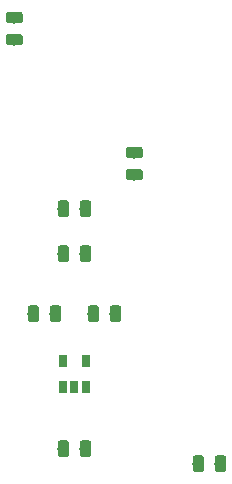
<source format=gbr>
G04 #@! TF.GenerationSoftware,KiCad,Pcbnew,(5.1.2)-1*
G04 #@! TF.CreationDate,2019-05-23T00:03:13+02:00*
G04 #@! TF.ProjectId,DualStepperI2C_PCB_2,4475616c-5374-4657-9070-65724932435f,rev?*
G04 #@! TF.SameCoordinates,Original*
G04 #@! TF.FileFunction,Paste,Top*
G04 #@! TF.FilePolarity,Positive*
%FSLAX46Y46*%
G04 Gerber Fmt 4.6, Leading zero omitted, Abs format (unit mm)*
G04 Created by KiCad (PCBNEW (5.1.2)-1) date 2019-05-23 00:03:13*
%MOMM*%
%LPD*%
G04 APERTURE LIST*
%ADD10C,0.100000*%
%ADD11C,0.975000*%
%ADD12R,0.650000X1.060000*%
G04 APERTURE END LIST*
D10*
G36*
X176465142Y-102171174D02*
G01*
X176488803Y-102174684D01*
X176512007Y-102180496D01*
X176534529Y-102188554D01*
X176556153Y-102198782D01*
X176576670Y-102211079D01*
X176595883Y-102225329D01*
X176613607Y-102241393D01*
X176629671Y-102259117D01*
X176643921Y-102278330D01*
X176656218Y-102298847D01*
X176666446Y-102320471D01*
X176674504Y-102342993D01*
X176680316Y-102366197D01*
X176683826Y-102389858D01*
X176685000Y-102413750D01*
X176685000Y-103326250D01*
X176683826Y-103350142D01*
X176680316Y-103373803D01*
X176674504Y-103397007D01*
X176666446Y-103419529D01*
X176656218Y-103441153D01*
X176643921Y-103461670D01*
X176629671Y-103480883D01*
X176613607Y-103498607D01*
X176595883Y-103514671D01*
X176576670Y-103528921D01*
X176556153Y-103541218D01*
X176534529Y-103551446D01*
X176512007Y-103559504D01*
X176488803Y-103565316D01*
X176465142Y-103568826D01*
X176441250Y-103570000D01*
X175953750Y-103570000D01*
X175929858Y-103568826D01*
X175906197Y-103565316D01*
X175882993Y-103559504D01*
X175860471Y-103551446D01*
X175838847Y-103541218D01*
X175818330Y-103528921D01*
X175799117Y-103514671D01*
X175781393Y-103498607D01*
X175765329Y-103480883D01*
X175751079Y-103461670D01*
X175738782Y-103441153D01*
X175728554Y-103419529D01*
X175720496Y-103397007D01*
X175714684Y-103373803D01*
X175711174Y-103350142D01*
X175710000Y-103326250D01*
X175710000Y-102413750D01*
X175711174Y-102389858D01*
X175714684Y-102366197D01*
X175720496Y-102342993D01*
X175728554Y-102320471D01*
X175738782Y-102298847D01*
X175751079Y-102278330D01*
X175765329Y-102259117D01*
X175781393Y-102241393D01*
X175799117Y-102225329D01*
X175818330Y-102211079D01*
X175838847Y-102198782D01*
X175860471Y-102188554D01*
X175882993Y-102180496D01*
X175906197Y-102174684D01*
X175929858Y-102171174D01*
X175953750Y-102170000D01*
X176441250Y-102170000D01*
X176465142Y-102171174D01*
X176465142Y-102171174D01*
G37*
D11*
X176197500Y-102870000D03*
D10*
G36*
X174590142Y-102171174D02*
G01*
X174613803Y-102174684D01*
X174637007Y-102180496D01*
X174659529Y-102188554D01*
X174681153Y-102198782D01*
X174701670Y-102211079D01*
X174720883Y-102225329D01*
X174738607Y-102241393D01*
X174754671Y-102259117D01*
X174768921Y-102278330D01*
X174781218Y-102298847D01*
X174791446Y-102320471D01*
X174799504Y-102342993D01*
X174805316Y-102366197D01*
X174808826Y-102389858D01*
X174810000Y-102413750D01*
X174810000Y-103326250D01*
X174808826Y-103350142D01*
X174805316Y-103373803D01*
X174799504Y-103397007D01*
X174791446Y-103419529D01*
X174781218Y-103441153D01*
X174768921Y-103461670D01*
X174754671Y-103480883D01*
X174738607Y-103498607D01*
X174720883Y-103514671D01*
X174701670Y-103528921D01*
X174681153Y-103541218D01*
X174659529Y-103551446D01*
X174637007Y-103559504D01*
X174613803Y-103565316D01*
X174590142Y-103568826D01*
X174566250Y-103570000D01*
X174078750Y-103570000D01*
X174054858Y-103568826D01*
X174031197Y-103565316D01*
X174007993Y-103559504D01*
X173985471Y-103551446D01*
X173963847Y-103541218D01*
X173943330Y-103528921D01*
X173924117Y-103514671D01*
X173906393Y-103498607D01*
X173890329Y-103480883D01*
X173876079Y-103461670D01*
X173863782Y-103441153D01*
X173853554Y-103419529D01*
X173845496Y-103397007D01*
X173839684Y-103373803D01*
X173836174Y-103350142D01*
X173835000Y-103326250D01*
X173835000Y-102413750D01*
X173836174Y-102389858D01*
X173839684Y-102366197D01*
X173845496Y-102342993D01*
X173853554Y-102320471D01*
X173863782Y-102298847D01*
X173876079Y-102278330D01*
X173890329Y-102259117D01*
X173906393Y-102241393D01*
X173924117Y-102225329D01*
X173943330Y-102211079D01*
X173963847Y-102198782D01*
X173985471Y-102188554D01*
X174007993Y-102180496D01*
X174031197Y-102174684D01*
X174054858Y-102171174D01*
X174078750Y-102170000D01*
X174566250Y-102170000D01*
X174590142Y-102171174D01*
X174590142Y-102171174D01*
G37*
D11*
X174322500Y-102870000D03*
D10*
G36*
X169390142Y-77921174D02*
G01*
X169413803Y-77924684D01*
X169437007Y-77930496D01*
X169459529Y-77938554D01*
X169481153Y-77948782D01*
X169501670Y-77961079D01*
X169520883Y-77975329D01*
X169538607Y-77991393D01*
X169554671Y-78009117D01*
X169568921Y-78028330D01*
X169581218Y-78048847D01*
X169591446Y-78070471D01*
X169599504Y-78092993D01*
X169605316Y-78116197D01*
X169608826Y-78139858D01*
X169610000Y-78163750D01*
X169610000Y-78651250D01*
X169608826Y-78675142D01*
X169605316Y-78698803D01*
X169599504Y-78722007D01*
X169591446Y-78744529D01*
X169581218Y-78766153D01*
X169568921Y-78786670D01*
X169554671Y-78805883D01*
X169538607Y-78823607D01*
X169520883Y-78839671D01*
X169501670Y-78853921D01*
X169481153Y-78866218D01*
X169459529Y-78876446D01*
X169437007Y-78884504D01*
X169413803Y-78890316D01*
X169390142Y-78893826D01*
X169366250Y-78895000D01*
X168453750Y-78895000D01*
X168429858Y-78893826D01*
X168406197Y-78890316D01*
X168382993Y-78884504D01*
X168360471Y-78876446D01*
X168338847Y-78866218D01*
X168318330Y-78853921D01*
X168299117Y-78839671D01*
X168281393Y-78823607D01*
X168265329Y-78805883D01*
X168251079Y-78786670D01*
X168238782Y-78766153D01*
X168228554Y-78744529D01*
X168220496Y-78722007D01*
X168214684Y-78698803D01*
X168211174Y-78675142D01*
X168210000Y-78651250D01*
X168210000Y-78163750D01*
X168211174Y-78139858D01*
X168214684Y-78116197D01*
X168220496Y-78092993D01*
X168228554Y-78070471D01*
X168238782Y-78048847D01*
X168251079Y-78028330D01*
X168265329Y-78009117D01*
X168281393Y-77991393D01*
X168299117Y-77975329D01*
X168318330Y-77961079D01*
X168338847Y-77948782D01*
X168360471Y-77938554D01*
X168382993Y-77930496D01*
X168406197Y-77924684D01*
X168429858Y-77921174D01*
X168453750Y-77920000D01*
X169366250Y-77920000D01*
X169390142Y-77921174D01*
X169390142Y-77921174D01*
G37*
D11*
X168910000Y-78407500D03*
D10*
G36*
X169390142Y-76046174D02*
G01*
X169413803Y-76049684D01*
X169437007Y-76055496D01*
X169459529Y-76063554D01*
X169481153Y-76073782D01*
X169501670Y-76086079D01*
X169520883Y-76100329D01*
X169538607Y-76116393D01*
X169554671Y-76134117D01*
X169568921Y-76153330D01*
X169581218Y-76173847D01*
X169591446Y-76195471D01*
X169599504Y-76217993D01*
X169605316Y-76241197D01*
X169608826Y-76264858D01*
X169610000Y-76288750D01*
X169610000Y-76776250D01*
X169608826Y-76800142D01*
X169605316Y-76823803D01*
X169599504Y-76847007D01*
X169591446Y-76869529D01*
X169581218Y-76891153D01*
X169568921Y-76911670D01*
X169554671Y-76930883D01*
X169538607Y-76948607D01*
X169520883Y-76964671D01*
X169501670Y-76978921D01*
X169481153Y-76991218D01*
X169459529Y-77001446D01*
X169437007Y-77009504D01*
X169413803Y-77015316D01*
X169390142Y-77018826D01*
X169366250Y-77020000D01*
X168453750Y-77020000D01*
X168429858Y-77018826D01*
X168406197Y-77015316D01*
X168382993Y-77009504D01*
X168360471Y-77001446D01*
X168338847Y-76991218D01*
X168318330Y-76978921D01*
X168299117Y-76964671D01*
X168281393Y-76948607D01*
X168265329Y-76930883D01*
X168251079Y-76911670D01*
X168238782Y-76891153D01*
X168228554Y-76869529D01*
X168220496Y-76847007D01*
X168214684Y-76823803D01*
X168211174Y-76800142D01*
X168210000Y-76776250D01*
X168210000Y-76288750D01*
X168211174Y-76264858D01*
X168214684Y-76241197D01*
X168220496Y-76217993D01*
X168228554Y-76195471D01*
X168238782Y-76173847D01*
X168251079Y-76153330D01*
X168265329Y-76134117D01*
X168281393Y-76116393D01*
X168299117Y-76100329D01*
X168318330Y-76086079D01*
X168338847Y-76073782D01*
X168360471Y-76063554D01*
X168382993Y-76055496D01*
X168406197Y-76049684D01*
X168429858Y-76046174D01*
X168453750Y-76045000D01*
X169366250Y-76045000D01*
X169390142Y-76046174D01*
X169390142Y-76046174D01*
G37*
D11*
X168910000Y-76532500D03*
D10*
G36*
X165035142Y-80581174D02*
G01*
X165058803Y-80584684D01*
X165082007Y-80590496D01*
X165104529Y-80598554D01*
X165126153Y-80608782D01*
X165146670Y-80621079D01*
X165165883Y-80635329D01*
X165183607Y-80651393D01*
X165199671Y-80669117D01*
X165213921Y-80688330D01*
X165226218Y-80708847D01*
X165236446Y-80730471D01*
X165244504Y-80752993D01*
X165250316Y-80776197D01*
X165253826Y-80799858D01*
X165255000Y-80823750D01*
X165255000Y-81736250D01*
X165253826Y-81760142D01*
X165250316Y-81783803D01*
X165244504Y-81807007D01*
X165236446Y-81829529D01*
X165226218Y-81851153D01*
X165213921Y-81871670D01*
X165199671Y-81890883D01*
X165183607Y-81908607D01*
X165165883Y-81924671D01*
X165146670Y-81938921D01*
X165126153Y-81951218D01*
X165104529Y-81961446D01*
X165082007Y-81969504D01*
X165058803Y-81975316D01*
X165035142Y-81978826D01*
X165011250Y-81980000D01*
X164523750Y-81980000D01*
X164499858Y-81978826D01*
X164476197Y-81975316D01*
X164452993Y-81969504D01*
X164430471Y-81961446D01*
X164408847Y-81951218D01*
X164388330Y-81938921D01*
X164369117Y-81924671D01*
X164351393Y-81908607D01*
X164335329Y-81890883D01*
X164321079Y-81871670D01*
X164308782Y-81851153D01*
X164298554Y-81829529D01*
X164290496Y-81807007D01*
X164284684Y-81783803D01*
X164281174Y-81760142D01*
X164280000Y-81736250D01*
X164280000Y-80823750D01*
X164281174Y-80799858D01*
X164284684Y-80776197D01*
X164290496Y-80752993D01*
X164298554Y-80730471D01*
X164308782Y-80708847D01*
X164321079Y-80688330D01*
X164335329Y-80669117D01*
X164351393Y-80651393D01*
X164369117Y-80635329D01*
X164388330Y-80621079D01*
X164408847Y-80608782D01*
X164430471Y-80598554D01*
X164452993Y-80590496D01*
X164476197Y-80584684D01*
X164499858Y-80581174D01*
X164523750Y-80580000D01*
X165011250Y-80580000D01*
X165035142Y-80581174D01*
X165035142Y-80581174D01*
G37*
D11*
X164767500Y-81280000D03*
D10*
G36*
X163160142Y-80581174D02*
G01*
X163183803Y-80584684D01*
X163207007Y-80590496D01*
X163229529Y-80598554D01*
X163251153Y-80608782D01*
X163271670Y-80621079D01*
X163290883Y-80635329D01*
X163308607Y-80651393D01*
X163324671Y-80669117D01*
X163338921Y-80688330D01*
X163351218Y-80708847D01*
X163361446Y-80730471D01*
X163369504Y-80752993D01*
X163375316Y-80776197D01*
X163378826Y-80799858D01*
X163380000Y-80823750D01*
X163380000Y-81736250D01*
X163378826Y-81760142D01*
X163375316Y-81783803D01*
X163369504Y-81807007D01*
X163361446Y-81829529D01*
X163351218Y-81851153D01*
X163338921Y-81871670D01*
X163324671Y-81890883D01*
X163308607Y-81908607D01*
X163290883Y-81924671D01*
X163271670Y-81938921D01*
X163251153Y-81951218D01*
X163229529Y-81961446D01*
X163207007Y-81969504D01*
X163183803Y-81975316D01*
X163160142Y-81978826D01*
X163136250Y-81980000D01*
X162648750Y-81980000D01*
X162624858Y-81978826D01*
X162601197Y-81975316D01*
X162577993Y-81969504D01*
X162555471Y-81961446D01*
X162533847Y-81951218D01*
X162513330Y-81938921D01*
X162494117Y-81924671D01*
X162476393Y-81908607D01*
X162460329Y-81890883D01*
X162446079Y-81871670D01*
X162433782Y-81851153D01*
X162423554Y-81829529D01*
X162415496Y-81807007D01*
X162409684Y-81783803D01*
X162406174Y-81760142D01*
X162405000Y-81736250D01*
X162405000Y-80823750D01*
X162406174Y-80799858D01*
X162409684Y-80776197D01*
X162415496Y-80752993D01*
X162423554Y-80730471D01*
X162433782Y-80708847D01*
X162446079Y-80688330D01*
X162460329Y-80669117D01*
X162476393Y-80651393D01*
X162494117Y-80635329D01*
X162513330Y-80621079D01*
X162533847Y-80608782D01*
X162555471Y-80598554D01*
X162577993Y-80590496D01*
X162601197Y-80584684D01*
X162624858Y-80581174D01*
X162648750Y-80580000D01*
X163136250Y-80580000D01*
X163160142Y-80581174D01*
X163160142Y-80581174D01*
G37*
D11*
X162892500Y-81280000D03*
D10*
G36*
X165035142Y-84391174D02*
G01*
X165058803Y-84394684D01*
X165082007Y-84400496D01*
X165104529Y-84408554D01*
X165126153Y-84418782D01*
X165146670Y-84431079D01*
X165165883Y-84445329D01*
X165183607Y-84461393D01*
X165199671Y-84479117D01*
X165213921Y-84498330D01*
X165226218Y-84518847D01*
X165236446Y-84540471D01*
X165244504Y-84562993D01*
X165250316Y-84586197D01*
X165253826Y-84609858D01*
X165255000Y-84633750D01*
X165255000Y-85546250D01*
X165253826Y-85570142D01*
X165250316Y-85593803D01*
X165244504Y-85617007D01*
X165236446Y-85639529D01*
X165226218Y-85661153D01*
X165213921Y-85681670D01*
X165199671Y-85700883D01*
X165183607Y-85718607D01*
X165165883Y-85734671D01*
X165146670Y-85748921D01*
X165126153Y-85761218D01*
X165104529Y-85771446D01*
X165082007Y-85779504D01*
X165058803Y-85785316D01*
X165035142Y-85788826D01*
X165011250Y-85790000D01*
X164523750Y-85790000D01*
X164499858Y-85788826D01*
X164476197Y-85785316D01*
X164452993Y-85779504D01*
X164430471Y-85771446D01*
X164408847Y-85761218D01*
X164388330Y-85748921D01*
X164369117Y-85734671D01*
X164351393Y-85718607D01*
X164335329Y-85700883D01*
X164321079Y-85681670D01*
X164308782Y-85661153D01*
X164298554Y-85639529D01*
X164290496Y-85617007D01*
X164284684Y-85593803D01*
X164281174Y-85570142D01*
X164280000Y-85546250D01*
X164280000Y-84633750D01*
X164281174Y-84609858D01*
X164284684Y-84586197D01*
X164290496Y-84562993D01*
X164298554Y-84540471D01*
X164308782Y-84518847D01*
X164321079Y-84498330D01*
X164335329Y-84479117D01*
X164351393Y-84461393D01*
X164369117Y-84445329D01*
X164388330Y-84431079D01*
X164408847Y-84418782D01*
X164430471Y-84408554D01*
X164452993Y-84400496D01*
X164476197Y-84394684D01*
X164499858Y-84391174D01*
X164523750Y-84390000D01*
X165011250Y-84390000D01*
X165035142Y-84391174D01*
X165035142Y-84391174D01*
G37*
D11*
X164767500Y-85090000D03*
D10*
G36*
X163160142Y-84391174D02*
G01*
X163183803Y-84394684D01*
X163207007Y-84400496D01*
X163229529Y-84408554D01*
X163251153Y-84418782D01*
X163271670Y-84431079D01*
X163290883Y-84445329D01*
X163308607Y-84461393D01*
X163324671Y-84479117D01*
X163338921Y-84498330D01*
X163351218Y-84518847D01*
X163361446Y-84540471D01*
X163369504Y-84562993D01*
X163375316Y-84586197D01*
X163378826Y-84609858D01*
X163380000Y-84633750D01*
X163380000Y-85546250D01*
X163378826Y-85570142D01*
X163375316Y-85593803D01*
X163369504Y-85617007D01*
X163361446Y-85639529D01*
X163351218Y-85661153D01*
X163338921Y-85681670D01*
X163324671Y-85700883D01*
X163308607Y-85718607D01*
X163290883Y-85734671D01*
X163271670Y-85748921D01*
X163251153Y-85761218D01*
X163229529Y-85771446D01*
X163207007Y-85779504D01*
X163183803Y-85785316D01*
X163160142Y-85788826D01*
X163136250Y-85790000D01*
X162648750Y-85790000D01*
X162624858Y-85788826D01*
X162601197Y-85785316D01*
X162577993Y-85779504D01*
X162555471Y-85771446D01*
X162533847Y-85761218D01*
X162513330Y-85748921D01*
X162494117Y-85734671D01*
X162476393Y-85718607D01*
X162460329Y-85700883D01*
X162446079Y-85681670D01*
X162433782Y-85661153D01*
X162423554Y-85639529D01*
X162415496Y-85617007D01*
X162409684Y-85593803D01*
X162406174Y-85570142D01*
X162405000Y-85546250D01*
X162405000Y-84633750D01*
X162406174Y-84609858D01*
X162409684Y-84586197D01*
X162415496Y-84562993D01*
X162423554Y-84540471D01*
X162433782Y-84518847D01*
X162446079Y-84498330D01*
X162460329Y-84479117D01*
X162476393Y-84461393D01*
X162494117Y-84445329D01*
X162513330Y-84431079D01*
X162533847Y-84418782D01*
X162555471Y-84408554D01*
X162577993Y-84400496D01*
X162601197Y-84394684D01*
X162624858Y-84391174D01*
X162648750Y-84390000D01*
X163136250Y-84390000D01*
X163160142Y-84391174D01*
X163160142Y-84391174D01*
G37*
D11*
X162892500Y-85090000D03*
D10*
G36*
X165035142Y-100901174D02*
G01*
X165058803Y-100904684D01*
X165082007Y-100910496D01*
X165104529Y-100918554D01*
X165126153Y-100928782D01*
X165146670Y-100941079D01*
X165165883Y-100955329D01*
X165183607Y-100971393D01*
X165199671Y-100989117D01*
X165213921Y-101008330D01*
X165226218Y-101028847D01*
X165236446Y-101050471D01*
X165244504Y-101072993D01*
X165250316Y-101096197D01*
X165253826Y-101119858D01*
X165255000Y-101143750D01*
X165255000Y-102056250D01*
X165253826Y-102080142D01*
X165250316Y-102103803D01*
X165244504Y-102127007D01*
X165236446Y-102149529D01*
X165226218Y-102171153D01*
X165213921Y-102191670D01*
X165199671Y-102210883D01*
X165183607Y-102228607D01*
X165165883Y-102244671D01*
X165146670Y-102258921D01*
X165126153Y-102271218D01*
X165104529Y-102281446D01*
X165082007Y-102289504D01*
X165058803Y-102295316D01*
X165035142Y-102298826D01*
X165011250Y-102300000D01*
X164523750Y-102300000D01*
X164499858Y-102298826D01*
X164476197Y-102295316D01*
X164452993Y-102289504D01*
X164430471Y-102281446D01*
X164408847Y-102271218D01*
X164388330Y-102258921D01*
X164369117Y-102244671D01*
X164351393Y-102228607D01*
X164335329Y-102210883D01*
X164321079Y-102191670D01*
X164308782Y-102171153D01*
X164298554Y-102149529D01*
X164290496Y-102127007D01*
X164284684Y-102103803D01*
X164281174Y-102080142D01*
X164280000Y-102056250D01*
X164280000Y-101143750D01*
X164281174Y-101119858D01*
X164284684Y-101096197D01*
X164290496Y-101072993D01*
X164298554Y-101050471D01*
X164308782Y-101028847D01*
X164321079Y-101008330D01*
X164335329Y-100989117D01*
X164351393Y-100971393D01*
X164369117Y-100955329D01*
X164388330Y-100941079D01*
X164408847Y-100928782D01*
X164430471Y-100918554D01*
X164452993Y-100910496D01*
X164476197Y-100904684D01*
X164499858Y-100901174D01*
X164523750Y-100900000D01*
X165011250Y-100900000D01*
X165035142Y-100901174D01*
X165035142Y-100901174D01*
G37*
D11*
X164767500Y-101600000D03*
D10*
G36*
X163160142Y-100901174D02*
G01*
X163183803Y-100904684D01*
X163207007Y-100910496D01*
X163229529Y-100918554D01*
X163251153Y-100928782D01*
X163271670Y-100941079D01*
X163290883Y-100955329D01*
X163308607Y-100971393D01*
X163324671Y-100989117D01*
X163338921Y-101008330D01*
X163351218Y-101028847D01*
X163361446Y-101050471D01*
X163369504Y-101072993D01*
X163375316Y-101096197D01*
X163378826Y-101119858D01*
X163380000Y-101143750D01*
X163380000Y-102056250D01*
X163378826Y-102080142D01*
X163375316Y-102103803D01*
X163369504Y-102127007D01*
X163361446Y-102149529D01*
X163351218Y-102171153D01*
X163338921Y-102191670D01*
X163324671Y-102210883D01*
X163308607Y-102228607D01*
X163290883Y-102244671D01*
X163271670Y-102258921D01*
X163251153Y-102271218D01*
X163229529Y-102281446D01*
X163207007Y-102289504D01*
X163183803Y-102295316D01*
X163160142Y-102298826D01*
X163136250Y-102300000D01*
X162648750Y-102300000D01*
X162624858Y-102298826D01*
X162601197Y-102295316D01*
X162577993Y-102289504D01*
X162555471Y-102281446D01*
X162533847Y-102271218D01*
X162513330Y-102258921D01*
X162494117Y-102244671D01*
X162476393Y-102228607D01*
X162460329Y-102210883D01*
X162446079Y-102191670D01*
X162433782Y-102171153D01*
X162423554Y-102149529D01*
X162415496Y-102127007D01*
X162409684Y-102103803D01*
X162406174Y-102080142D01*
X162405000Y-102056250D01*
X162405000Y-101143750D01*
X162406174Y-101119858D01*
X162409684Y-101096197D01*
X162415496Y-101072993D01*
X162423554Y-101050471D01*
X162433782Y-101028847D01*
X162446079Y-101008330D01*
X162460329Y-100989117D01*
X162476393Y-100971393D01*
X162494117Y-100955329D01*
X162513330Y-100941079D01*
X162533847Y-100928782D01*
X162555471Y-100918554D01*
X162577993Y-100910496D01*
X162601197Y-100904684D01*
X162624858Y-100901174D01*
X162648750Y-100900000D01*
X163136250Y-100900000D01*
X163160142Y-100901174D01*
X163160142Y-100901174D01*
G37*
D11*
X162892500Y-101600000D03*
D12*
X162880000Y-94150000D03*
X164780000Y-94150000D03*
X164780000Y-96350000D03*
X163830000Y-96350000D03*
X162880000Y-96350000D03*
D10*
G36*
X159230142Y-66491174D02*
G01*
X159253803Y-66494684D01*
X159277007Y-66500496D01*
X159299529Y-66508554D01*
X159321153Y-66518782D01*
X159341670Y-66531079D01*
X159360883Y-66545329D01*
X159378607Y-66561393D01*
X159394671Y-66579117D01*
X159408921Y-66598330D01*
X159421218Y-66618847D01*
X159431446Y-66640471D01*
X159439504Y-66662993D01*
X159445316Y-66686197D01*
X159448826Y-66709858D01*
X159450000Y-66733750D01*
X159450000Y-67221250D01*
X159448826Y-67245142D01*
X159445316Y-67268803D01*
X159439504Y-67292007D01*
X159431446Y-67314529D01*
X159421218Y-67336153D01*
X159408921Y-67356670D01*
X159394671Y-67375883D01*
X159378607Y-67393607D01*
X159360883Y-67409671D01*
X159341670Y-67423921D01*
X159321153Y-67436218D01*
X159299529Y-67446446D01*
X159277007Y-67454504D01*
X159253803Y-67460316D01*
X159230142Y-67463826D01*
X159206250Y-67465000D01*
X158293750Y-67465000D01*
X158269858Y-67463826D01*
X158246197Y-67460316D01*
X158222993Y-67454504D01*
X158200471Y-67446446D01*
X158178847Y-67436218D01*
X158158330Y-67423921D01*
X158139117Y-67409671D01*
X158121393Y-67393607D01*
X158105329Y-67375883D01*
X158091079Y-67356670D01*
X158078782Y-67336153D01*
X158068554Y-67314529D01*
X158060496Y-67292007D01*
X158054684Y-67268803D01*
X158051174Y-67245142D01*
X158050000Y-67221250D01*
X158050000Y-66733750D01*
X158051174Y-66709858D01*
X158054684Y-66686197D01*
X158060496Y-66662993D01*
X158068554Y-66640471D01*
X158078782Y-66618847D01*
X158091079Y-66598330D01*
X158105329Y-66579117D01*
X158121393Y-66561393D01*
X158139117Y-66545329D01*
X158158330Y-66531079D01*
X158178847Y-66518782D01*
X158200471Y-66508554D01*
X158222993Y-66500496D01*
X158246197Y-66494684D01*
X158269858Y-66491174D01*
X158293750Y-66490000D01*
X159206250Y-66490000D01*
X159230142Y-66491174D01*
X159230142Y-66491174D01*
G37*
D11*
X158750000Y-66977500D03*
D10*
G36*
X159230142Y-64616174D02*
G01*
X159253803Y-64619684D01*
X159277007Y-64625496D01*
X159299529Y-64633554D01*
X159321153Y-64643782D01*
X159341670Y-64656079D01*
X159360883Y-64670329D01*
X159378607Y-64686393D01*
X159394671Y-64704117D01*
X159408921Y-64723330D01*
X159421218Y-64743847D01*
X159431446Y-64765471D01*
X159439504Y-64787993D01*
X159445316Y-64811197D01*
X159448826Y-64834858D01*
X159450000Y-64858750D01*
X159450000Y-65346250D01*
X159448826Y-65370142D01*
X159445316Y-65393803D01*
X159439504Y-65417007D01*
X159431446Y-65439529D01*
X159421218Y-65461153D01*
X159408921Y-65481670D01*
X159394671Y-65500883D01*
X159378607Y-65518607D01*
X159360883Y-65534671D01*
X159341670Y-65548921D01*
X159321153Y-65561218D01*
X159299529Y-65571446D01*
X159277007Y-65579504D01*
X159253803Y-65585316D01*
X159230142Y-65588826D01*
X159206250Y-65590000D01*
X158293750Y-65590000D01*
X158269858Y-65588826D01*
X158246197Y-65585316D01*
X158222993Y-65579504D01*
X158200471Y-65571446D01*
X158178847Y-65561218D01*
X158158330Y-65548921D01*
X158139117Y-65534671D01*
X158121393Y-65518607D01*
X158105329Y-65500883D01*
X158091079Y-65481670D01*
X158078782Y-65461153D01*
X158068554Y-65439529D01*
X158060496Y-65417007D01*
X158054684Y-65393803D01*
X158051174Y-65370142D01*
X158050000Y-65346250D01*
X158050000Y-64858750D01*
X158051174Y-64834858D01*
X158054684Y-64811197D01*
X158060496Y-64787993D01*
X158068554Y-64765471D01*
X158078782Y-64743847D01*
X158091079Y-64723330D01*
X158105329Y-64704117D01*
X158121393Y-64686393D01*
X158139117Y-64670329D01*
X158158330Y-64656079D01*
X158178847Y-64643782D01*
X158200471Y-64633554D01*
X158222993Y-64625496D01*
X158246197Y-64619684D01*
X158269858Y-64616174D01*
X158293750Y-64615000D01*
X159206250Y-64615000D01*
X159230142Y-64616174D01*
X159230142Y-64616174D01*
G37*
D11*
X158750000Y-65102500D03*
D10*
G36*
X165700142Y-89471174D02*
G01*
X165723803Y-89474684D01*
X165747007Y-89480496D01*
X165769529Y-89488554D01*
X165791153Y-89498782D01*
X165811670Y-89511079D01*
X165830883Y-89525329D01*
X165848607Y-89541393D01*
X165864671Y-89559117D01*
X165878921Y-89578330D01*
X165891218Y-89598847D01*
X165901446Y-89620471D01*
X165909504Y-89642993D01*
X165915316Y-89666197D01*
X165918826Y-89689858D01*
X165920000Y-89713750D01*
X165920000Y-90626250D01*
X165918826Y-90650142D01*
X165915316Y-90673803D01*
X165909504Y-90697007D01*
X165901446Y-90719529D01*
X165891218Y-90741153D01*
X165878921Y-90761670D01*
X165864671Y-90780883D01*
X165848607Y-90798607D01*
X165830883Y-90814671D01*
X165811670Y-90828921D01*
X165791153Y-90841218D01*
X165769529Y-90851446D01*
X165747007Y-90859504D01*
X165723803Y-90865316D01*
X165700142Y-90868826D01*
X165676250Y-90870000D01*
X165188750Y-90870000D01*
X165164858Y-90868826D01*
X165141197Y-90865316D01*
X165117993Y-90859504D01*
X165095471Y-90851446D01*
X165073847Y-90841218D01*
X165053330Y-90828921D01*
X165034117Y-90814671D01*
X165016393Y-90798607D01*
X165000329Y-90780883D01*
X164986079Y-90761670D01*
X164973782Y-90741153D01*
X164963554Y-90719529D01*
X164955496Y-90697007D01*
X164949684Y-90673803D01*
X164946174Y-90650142D01*
X164945000Y-90626250D01*
X164945000Y-89713750D01*
X164946174Y-89689858D01*
X164949684Y-89666197D01*
X164955496Y-89642993D01*
X164963554Y-89620471D01*
X164973782Y-89598847D01*
X164986079Y-89578330D01*
X165000329Y-89559117D01*
X165016393Y-89541393D01*
X165034117Y-89525329D01*
X165053330Y-89511079D01*
X165073847Y-89498782D01*
X165095471Y-89488554D01*
X165117993Y-89480496D01*
X165141197Y-89474684D01*
X165164858Y-89471174D01*
X165188750Y-89470000D01*
X165676250Y-89470000D01*
X165700142Y-89471174D01*
X165700142Y-89471174D01*
G37*
D11*
X165432500Y-90170000D03*
D10*
G36*
X167575142Y-89471174D02*
G01*
X167598803Y-89474684D01*
X167622007Y-89480496D01*
X167644529Y-89488554D01*
X167666153Y-89498782D01*
X167686670Y-89511079D01*
X167705883Y-89525329D01*
X167723607Y-89541393D01*
X167739671Y-89559117D01*
X167753921Y-89578330D01*
X167766218Y-89598847D01*
X167776446Y-89620471D01*
X167784504Y-89642993D01*
X167790316Y-89666197D01*
X167793826Y-89689858D01*
X167795000Y-89713750D01*
X167795000Y-90626250D01*
X167793826Y-90650142D01*
X167790316Y-90673803D01*
X167784504Y-90697007D01*
X167776446Y-90719529D01*
X167766218Y-90741153D01*
X167753921Y-90761670D01*
X167739671Y-90780883D01*
X167723607Y-90798607D01*
X167705883Y-90814671D01*
X167686670Y-90828921D01*
X167666153Y-90841218D01*
X167644529Y-90851446D01*
X167622007Y-90859504D01*
X167598803Y-90865316D01*
X167575142Y-90868826D01*
X167551250Y-90870000D01*
X167063750Y-90870000D01*
X167039858Y-90868826D01*
X167016197Y-90865316D01*
X166992993Y-90859504D01*
X166970471Y-90851446D01*
X166948847Y-90841218D01*
X166928330Y-90828921D01*
X166909117Y-90814671D01*
X166891393Y-90798607D01*
X166875329Y-90780883D01*
X166861079Y-90761670D01*
X166848782Y-90741153D01*
X166838554Y-90719529D01*
X166830496Y-90697007D01*
X166824684Y-90673803D01*
X166821174Y-90650142D01*
X166820000Y-90626250D01*
X166820000Y-89713750D01*
X166821174Y-89689858D01*
X166824684Y-89666197D01*
X166830496Y-89642993D01*
X166838554Y-89620471D01*
X166848782Y-89598847D01*
X166861079Y-89578330D01*
X166875329Y-89559117D01*
X166891393Y-89541393D01*
X166909117Y-89525329D01*
X166928330Y-89511079D01*
X166948847Y-89498782D01*
X166970471Y-89488554D01*
X166992993Y-89480496D01*
X167016197Y-89474684D01*
X167039858Y-89471174D01*
X167063750Y-89470000D01*
X167551250Y-89470000D01*
X167575142Y-89471174D01*
X167575142Y-89471174D01*
G37*
D11*
X167307500Y-90170000D03*
D10*
G36*
X160620142Y-89471174D02*
G01*
X160643803Y-89474684D01*
X160667007Y-89480496D01*
X160689529Y-89488554D01*
X160711153Y-89498782D01*
X160731670Y-89511079D01*
X160750883Y-89525329D01*
X160768607Y-89541393D01*
X160784671Y-89559117D01*
X160798921Y-89578330D01*
X160811218Y-89598847D01*
X160821446Y-89620471D01*
X160829504Y-89642993D01*
X160835316Y-89666197D01*
X160838826Y-89689858D01*
X160840000Y-89713750D01*
X160840000Y-90626250D01*
X160838826Y-90650142D01*
X160835316Y-90673803D01*
X160829504Y-90697007D01*
X160821446Y-90719529D01*
X160811218Y-90741153D01*
X160798921Y-90761670D01*
X160784671Y-90780883D01*
X160768607Y-90798607D01*
X160750883Y-90814671D01*
X160731670Y-90828921D01*
X160711153Y-90841218D01*
X160689529Y-90851446D01*
X160667007Y-90859504D01*
X160643803Y-90865316D01*
X160620142Y-90868826D01*
X160596250Y-90870000D01*
X160108750Y-90870000D01*
X160084858Y-90868826D01*
X160061197Y-90865316D01*
X160037993Y-90859504D01*
X160015471Y-90851446D01*
X159993847Y-90841218D01*
X159973330Y-90828921D01*
X159954117Y-90814671D01*
X159936393Y-90798607D01*
X159920329Y-90780883D01*
X159906079Y-90761670D01*
X159893782Y-90741153D01*
X159883554Y-90719529D01*
X159875496Y-90697007D01*
X159869684Y-90673803D01*
X159866174Y-90650142D01*
X159865000Y-90626250D01*
X159865000Y-89713750D01*
X159866174Y-89689858D01*
X159869684Y-89666197D01*
X159875496Y-89642993D01*
X159883554Y-89620471D01*
X159893782Y-89598847D01*
X159906079Y-89578330D01*
X159920329Y-89559117D01*
X159936393Y-89541393D01*
X159954117Y-89525329D01*
X159973330Y-89511079D01*
X159993847Y-89498782D01*
X160015471Y-89488554D01*
X160037993Y-89480496D01*
X160061197Y-89474684D01*
X160084858Y-89471174D01*
X160108750Y-89470000D01*
X160596250Y-89470000D01*
X160620142Y-89471174D01*
X160620142Y-89471174D01*
G37*
D11*
X160352500Y-90170000D03*
D10*
G36*
X162495142Y-89471174D02*
G01*
X162518803Y-89474684D01*
X162542007Y-89480496D01*
X162564529Y-89488554D01*
X162586153Y-89498782D01*
X162606670Y-89511079D01*
X162625883Y-89525329D01*
X162643607Y-89541393D01*
X162659671Y-89559117D01*
X162673921Y-89578330D01*
X162686218Y-89598847D01*
X162696446Y-89620471D01*
X162704504Y-89642993D01*
X162710316Y-89666197D01*
X162713826Y-89689858D01*
X162715000Y-89713750D01*
X162715000Y-90626250D01*
X162713826Y-90650142D01*
X162710316Y-90673803D01*
X162704504Y-90697007D01*
X162696446Y-90719529D01*
X162686218Y-90741153D01*
X162673921Y-90761670D01*
X162659671Y-90780883D01*
X162643607Y-90798607D01*
X162625883Y-90814671D01*
X162606670Y-90828921D01*
X162586153Y-90841218D01*
X162564529Y-90851446D01*
X162542007Y-90859504D01*
X162518803Y-90865316D01*
X162495142Y-90868826D01*
X162471250Y-90870000D01*
X161983750Y-90870000D01*
X161959858Y-90868826D01*
X161936197Y-90865316D01*
X161912993Y-90859504D01*
X161890471Y-90851446D01*
X161868847Y-90841218D01*
X161848330Y-90828921D01*
X161829117Y-90814671D01*
X161811393Y-90798607D01*
X161795329Y-90780883D01*
X161781079Y-90761670D01*
X161768782Y-90741153D01*
X161758554Y-90719529D01*
X161750496Y-90697007D01*
X161744684Y-90673803D01*
X161741174Y-90650142D01*
X161740000Y-90626250D01*
X161740000Y-89713750D01*
X161741174Y-89689858D01*
X161744684Y-89666197D01*
X161750496Y-89642993D01*
X161758554Y-89620471D01*
X161768782Y-89598847D01*
X161781079Y-89578330D01*
X161795329Y-89559117D01*
X161811393Y-89541393D01*
X161829117Y-89525329D01*
X161848330Y-89511079D01*
X161868847Y-89498782D01*
X161890471Y-89488554D01*
X161912993Y-89480496D01*
X161936197Y-89474684D01*
X161959858Y-89471174D01*
X161983750Y-89470000D01*
X162471250Y-89470000D01*
X162495142Y-89471174D01*
X162495142Y-89471174D01*
G37*
D11*
X162227500Y-90170000D03*
M02*

</source>
